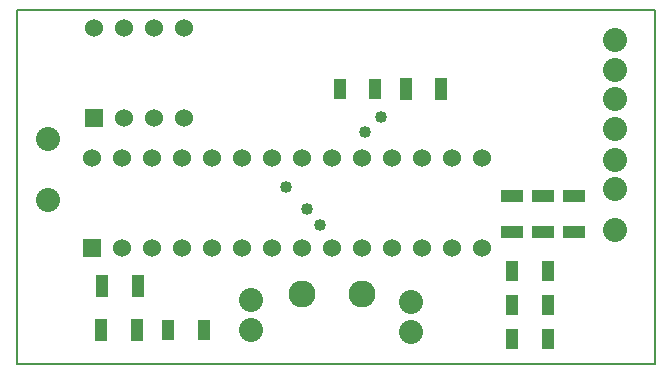
<source format=gbr>
G04 PROTEUS RS274X GERBER FILE*
%FSLAX45Y45*%
%MOMM*%
G01*
%ADD24C,1.016000*%
%AMPPAD017*
4,1,36,
-0.762000,-0.635000,
-0.762000,0.635000,
-0.759470,0.660970,
-0.752200,0.684980,
-0.740650,0.706580,
-0.725290,0.725290,
-0.706570,0.740650,
-0.684980,0.752200,
-0.660970,0.759470,
-0.635000,0.762000,
0.635000,0.762000,
0.660970,0.759470,
0.684980,0.752200,
0.706570,0.740650,
0.725290,0.725290,
0.740650,0.706580,
0.752200,0.684980,
0.759470,0.660970,
0.762000,0.635000,
0.762000,-0.635000,
0.759470,-0.660970,
0.752200,-0.684980,
0.740650,-0.706580,
0.725290,-0.725290,
0.706570,-0.740650,
0.684980,-0.752200,
0.660970,-0.759470,
0.635000,-0.762000,
-0.635000,-0.762000,
-0.660970,-0.759470,
-0.684980,-0.752200,
-0.706570,-0.740650,
-0.725290,-0.725290,
-0.740650,-0.706580,
-0.752200,-0.684980,
-0.759470,-0.660970,
-0.762000,-0.635000,
0*%
%ADD25PPAD017*%
%ADD16C,1.524000*%
%AMPPAD018*
4,1,36,
-0.635000,0.762000,
0.635000,0.762000,
0.660970,0.759470,
0.684980,0.752200,
0.706580,0.740650,
0.725290,0.725290,
0.740650,0.706570,
0.752200,0.684980,
0.759470,0.660970,
0.762000,0.635000,
0.762000,-0.635000,
0.759470,-0.660970,
0.752200,-0.684980,
0.740650,-0.706570,
0.725290,-0.725290,
0.706580,-0.740650,
0.684980,-0.752200,
0.660970,-0.759470,
0.635000,-0.762000,
-0.635000,-0.762000,
-0.660970,-0.759470,
-0.684980,-0.752200,
-0.706580,-0.740650,
-0.725290,-0.725290,
-0.740650,-0.706570,
-0.752200,-0.684980,
-0.759470,-0.660970,
-0.762000,-0.635000,
-0.762000,0.635000,
-0.759470,0.660970,
-0.752200,0.684980,
-0.740650,0.706570,
-0.725290,0.725290,
-0.706580,0.740650,
-0.684980,0.752200,
-0.660970,0.759470,
-0.635000,0.762000,
0*%
%ADD26PPAD018*%
%ADD19C,2.032000*%
%AMPPAD019*
4,1,4,
-0.520700,0.901700,
0.520700,0.901700,
0.520700,-0.901700,
-0.520700,-0.901700,
-0.520700,0.901700,
0*%
%ADD27PPAD019*%
%AMPPAD020*
4,1,4,
-0.546100,0.876300,
0.546100,0.876300,
0.546100,-0.876300,
-0.546100,-0.876300,
-0.546100,0.876300,
0*%
%ADD28PPAD020*%
%ADD29C,2.286000*%
%AMPPAD022*
4,1,4,
-0.901700,-0.520700,
-0.901700,0.520700,
0.901700,0.520700,
0.901700,-0.520700,
-0.901700,-0.520700,
0*%
%ADD72PPAD022*%
%ADD20C,0.203200*%
%TD.AperFunction*%
D24*
X-8910265Y+10304787D03*
X-8734628Y+10122393D03*
X-8623068Y+9983144D03*
X-8242142Y+10771043D03*
X-8108265Y+10896648D03*
D25*
X-10558000Y+9788000D03*
D16*
X-10304000Y+9788000D03*
X-10050000Y+9788000D03*
X-9796000Y+9788000D03*
X-9542000Y+9788000D03*
X-9288000Y+9788000D03*
X-9034000Y+9788000D03*
X-8780000Y+9788000D03*
X-8526000Y+9788000D03*
X-8272000Y+9788000D03*
X-8018000Y+9788000D03*
X-7764000Y+9788000D03*
X-7510000Y+9788000D03*
X-7256000Y+9788000D03*
X-7256000Y+10550000D03*
X-7510000Y+10550000D03*
X-7764000Y+10550000D03*
X-8018000Y+10550000D03*
X-8272000Y+10550000D03*
X-8526000Y+10550000D03*
X-8780000Y+10550000D03*
X-9034000Y+10550000D03*
X-9288000Y+10550000D03*
X-9542000Y+10550000D03*
X-9796000Y+10550000D03*
X-10050000Y+10550000D03*
X-10304000Y+10550000D03*
X-10556000Y+10550000D03*
D26*
X-10540000Y+10890000D03*
D16*
X-10286000Y+10890000D03*
X-10032000Y+10890000D03*
X-9778000Y+10890000D03*
X-9778000Y+11652000D03*
X-10032000Y+11652000D03*
X-10286000Y+11652000D03*
X-10540000Y+11652000D03*
D19*
X-6130000Y+10290000D03*
X-6130000Y+10540000D03*
X-6130000Y+10800000D03*
X-6130000Y+11050000D03*
X-10930000Y+10200000D03*
X-10930000Y+10710000D03*
X-6130000Y+11300000D03*
X-6130000Y+11550000D03*
X-6130000Y+9940000D03*
X-6130000Y+10290000D03*
D27*
X-10470000Y+9470000D03*
X-10170000Y+9470000D03*
D28*
X-6700000Y+9310000D03*
X-7000000Y+9310000D03*
D29*
X-8270000Y+9400000D03*
X-8778000Y+9400000D03*
D19*
X-7860000Y+9076000D03*
X-7860000Y+9330000D03*
X-9210000Y+9096000D03*
X-9210000Y+9350000D03*
D28*
X-6700000Y+9020000D03*
X-7000000Y+9020000D03*
X-6700000Y+9600000D03*
X-7000000Y+9600000D03*
D72*
X-7000000Y+9930000D03*
X-7000000Y+10230000D03*
X-6740000Y+9930000D03*
X-6740000Y+10230000D03*
X-6480000Y+9930000D03*
X-6480000Y+10230000D03*
D27*
X-7900000Y+11140000D03*
X-7600000Y+11140000D03*
X-10480000Y+9100000D03*
X-10180000Y+9100000D03*
D28*
X-8160000Y+11140000D03*
X-8460000Y+11140000D03*
X-9910000Y+9100000D03*
X-9610000Y+9100000D03*
D20*
X-11190000Y+8810000D02*
X-5790000Y+8810000D01*
X-5790000Y+11810000D01*
X-11190000Y+11810000D01*
X-11190000Y+8810000D01*
M02*

</source>
